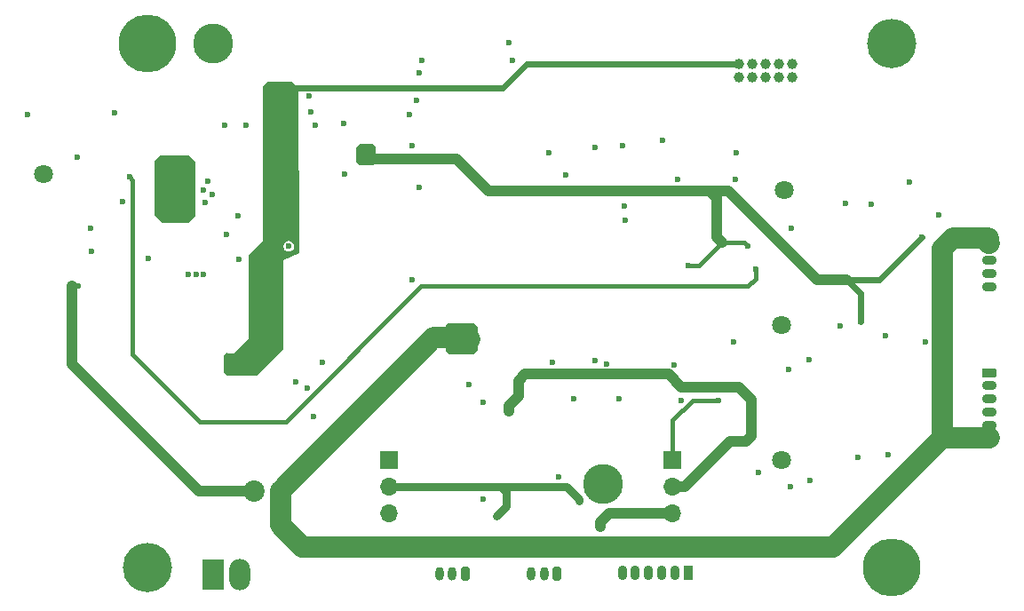
<source format=gbr>
%TF.GenerationSoftware,KiCad,Pcbnew,9.0.4*%
%TF.CreationDate,2025-09-18T14:16:59+03:00*%
%TF.ProjectId,HidroNode_Project,48696472-6f4e-46f6-9465-5f50726f6a65,rev?*%
%TF.SameCoordinates,Original*%
%TF.FileFunction,Copper,L3,Inr*%
%TF.FilePolarity,Positive*%
%FSLAX46Y46*%
G04 Gerber Fmt 4.6, Leading zero omitted, Abs format (unit mm)*
G04 Created by KiCad (PCBNEW 9.0.4) date 2025-09-18 14:16:59*
%MOMM*%
%LPD*%
G01*
G04 APERTURE LIST*
G04 Aperture macros list*
%AMRoundRect*
0 Rectangle with rounded corners*
0 $1 Rounding radius*
0 $2 $3 $4 $5 $6 $7 $8 $9 X,Y pos of 4 corners*
0 Add a 4 corners polygon primitive as box body*
4,1,4,$2,$3,$4,$5,$6,$7,$8,$9,$2,$3,0*
0 Add four circle primitives for the rounded corners*
1,1,$1+$1,$2,$3*
1,1,$1+$1,$4,$5*
1,1,$1+$1,$6,$7*
1,1,$1+$1,$8,$9*
0 Add four rect primitives between the rounded corners*
20,1,$1+$1,$2,$3,$4,$5,0*
20,1,$1+$1,$4,$5,$6,$7,0*
20,1,$1+$1,$6,$7,$8,$9,0*
20,1,$1+$1,$8,$9,$2,$3,0*%
G04 Aperture macros list end*
%TA.AperFunction,ComponentPad*%
%ADD10C,3.800000*%
%TD*%
%TA.AperFunction,ComponentPad*%
%ADD11C,1.800000*%
%TD*%
%TA.AperFunction,ComponentPad*%
%ADD12R,2.000000X3.000000*%
%TD*%
%TA.AperFunction,ComponentPad*%
%ADD13O,2.000000X3.000000*%
%TD*%
%TA.AperFunction,ComponentPad*%
%ADD14C,5.500000*%
%TD*%
%TA.AperFunction,ComponentPad*%
%ADD15R,1.700000X1.700000*%
%TD*%
%TA.AperFunction,ComponentPad*%
%ADD16O,1.700000X1.700000*%
%TD*%
%TA.AperFunction,ComponentPad*%
%ADD17C,1.000000*%
%TD*%
%TA.AperFunction,ComponentPad*%
%ADD18RoundRect,0.200000X0.200000X0.450000X-0.200000X0.450000X-0.200000X-0.450000X0.200000X-0.450000X0*%
%TD*%
%TA.AperFunction,ComponentPad*%
%ADD19O,0.800000X1.300000*%
%TD*%
%TA.AperFunction,ComponentPad*%
%ADD20C,4.700000*%
%TD*%
%TA.AperFunction,ComponentPad*%
%ADD21RoundRect,0.225000X0.225000X0.475000X-0.225000X0.475000X-0.225000X-0.475000X0.225000X-0.475000X0*%
%TD*%
%TA.AperFunction,ComponentPad*%
%ADD22O,0.900000X1.400000*%
%TD*%
%TA.AperFunction,ComponentPad*%
%ADD23C,2.020000*%
%TD*%
%TA.AperFunction,ComponentPad*%
%ADD24RoundRect,0.225000X-0.475000X0.225000X-0.475000X-0.225000X0.475000X-0.225000X0.475000X0.225000X0*%
%TD*%
%TA.AperFunction,ComponentPad*%
%ADD25O,1.400000X0.900000*%
%TD*%
%TA.AperFunction,ViaPad*%
%ADD26C,0.600000*%
%TD*%
%TA.AperFunction,Conductor*%
%ADD27C,0.600000*%
%TD*%
%TA.AperFunction,Conductor*%
%ADD28C,1.000000*%
%TD*%
%TA.AperFunction,Conductor*%
%ADD29C,0.400000*%
%TD*%
%TA.AperFunction,Conductor*%
%ADD30C,2.000000*%
%TD*%
%TA.AperFunction,Conductor*%
%ADD31C,0.800000*%
%TD*%
G04 APERTURE END LIST*
D10*
%TO.N,N/C*%
%TO.C,REF\u002A\u002A*%
X94334037Y-82563464D03*
X57234037Y-40563464D03*
%TD*%
D11*
%TO.N,ADC3_Battary*%
%TO.C,TP2*%
X41000000Y-53000000D03*
%TD*%
D12*
%TO.N,/POWER/POWER_IN_P*%
%TO.C,J3*%
X57234037Y-91197500D03*
D13*
%TO.N,/POWER/POWER_IN_N*%
X59774037Y-91197500D03*
%TD*%
D11*
%TO.N,ADC2_SolarP*%
%TO.C,TP1*%
X111600000Y-54500000D03*
%TD*%
%TO.N,ADC0_CH1*%
%TO.C,TP3*%
X111400000Y-80300000D03*
%TD*%
D14*
%TO.N,N/C*%
%TO.C,H1*%
X50900000Y-40532788D03*
%TD*%
D15*
%TO.N,+3.3V*%
%TO.C,J9*%
X101000000Y-80275000D03*
D16*
%TO.N,+GPIO_OUT_POWER*%
X101000000Y-82815000D03*
%TO.N,+5V*%
X101000000Y-85355000D03*
%TD*%
D17*
%TO.N,GND*%
%TO.C,J4*%
X107320000Y-43770000D03*
%TO.N,PA9*%
X108590000Y-43770000D03*
%TO.N,PA10*%
X109860000Y-43770000D03*
%TO.N,PA3*%
X111130000Y-43770000D03*
%TO.N,PA2*%
X112400000Y-43770000D03*
%TO.N,PA4*%
X112400000Y-42500000D03*
%TO.N,PA5*%
X111130000Y-42500000D03*
%TO.N,PA7*%
X109860000Y-42500000D03*
%TO.N,PA11*%
X108590000Y-42500000D03*
%TO.N,+5V*%
X107320000Y-42500000D03*
%TD*%
D18*
%TO.N,Net-(D4-K)*%
%TO.C,J5*%
X90000000Y-91150000D03*
D19*
%TO.N,Net-(J5-Pad2)*%
X88750000Y-91150000D03*
%TO.N,GND*%
X87500000Y-91150000D03*
%TD*%
D14*
%TO.N,N/C*%
%TO.C,H2*%
X121900000Y-90532788D03*
%TD*%
D11*
%TO.N,ADC1_CH2*%
%TO.C,TP4*%
X111400000Y-67400000D03*
%TD*%
D20*
%TO.N,N/C*%
%TO.C,H3*%
X121900000Y-40532788D03*
%TD*%
D21*
%TO.N,/DIGITAL OUTPUTS/GPIO_OUT4*%
%TO.C,J8*%
X102450000Y-91000000D03*
D22*
%TO.N,/DIGITAL OUTPUTS/GPIO_OUT3*%
X101200000Y-91000000D03*
%TO.N,/DIGITAL OUTPUTS/GPIO_OUT2*%
X99950000Y-91000000D03*
%TO.N,/DIGITAL OUTPUTS/GPIO_OUT1*%
X98700000Y-91000000D03*
%TO.N,GND*%
X97450000Y-91000000D03*
%TO.N,Net-(D6-K)*%
X96200000Y-91000000D03*
%TD*%
D23*
%TO.N,+12V*%
%TO.C,J10*%
X61060000Y-83200000D03*
%TO.N,+15V*%
X63600000Y-83200000D03*
%TD*%
D20*
%TO.N,N/C*%
%TO.C,H4*%
X50900000Y-90532788D03*
%TD*%
D24*
%TO.N,GND*%
%TO.C,J1*%
X131200000Y-71950000D03*
D25*
%TO.N,/ANALOG READING/Solar_ADC_P*%
X131200000Y-73200000D03*
%TO.N,/ANALOG READING/ADC2_IN*%
X131200000Y-74450000D03*
%TO.N,/ANALOG READING/ADC1_IN*%
X131200000Y-75700000D03*
%TO.N,+15V*%
X131200000Y-76950000D03*
X131200000Y-78200000D03*
%TD*%
D18*
%TO.N,Net-(D5-K)*%
%TO.C,J6*%
X81250000Y-91150000D03*
D19*
%TO.N,Net-(J6-Pad2)*%
X80000000Y-91150000D03*
%TO.N,GND*%
X78750000Y-91150000D03*
%TD*%
D15*
%TO.N,+3.3V*%
%TO.C,J7*%
X74000000Y-80275000D03*
D16*
%TO.N,GPIO_IN_POWER*%
X74000000Y-82815000D03*
%TO.N,+5V*%
X74000000Y-85355000D03*
%TD*%
D24*
%TO.N,+15V*%
%TO.C,J2*%
X131200000Y-60000000D03*
D25*
%TO.N,/RS485/RS485_A*%
X131200000Y-61250000D03*
%TO.N,/RS485/RS485_B*%
X131200000Y-62500000D03*
%TO.N,GND*%
X131200000Y-63750000D03*
%TD*%
D26*
%TO.N,ADC_4*%
X76200000Y-50300000D03*
X76800000Y-54300000D03*
%TO.N,ADC_5*%
X93600000Y-70800000D03*
%TO.N,ADC_3*%
X95900000Y-74400000D03*
%TO.N,ADC_5*%
X96500000Y-57400000D03*
%TO.N,ADC_3*%
X96400000Y-56100000D03*
%TO.N,+5V*%
X64400000Y-46600000D03*
X59100000Y-70600000D03*
X63500000Y-44800000D03*
X62600000Y-44800000D03*
X64400000Y-44800000D03*
X59900000Y-70600000D03*
X62700000Y-61700000D03*
X94100000Y-86600000D03*
X64400000Y-45700000D03*
X62600000Y-45700000D03*
X63500000Y-45700000D03*
X62600000Y-46600000D03*
X59900000Y-71300000D03*
X59100000Y-71300000D03*
X61900000Y-61700000D03*
X66800000Y-76100000D03*
X61100000Y-61700000D03*
X63500000Y-46600000D03*
%TO.N,GND*%
X82900000Y-74800000D03*
X58500000Y-58800000D03*
X56400000Y-55700000D03*
X114100000Y-82200000D03*
X114000000Y-70700000D03*
X66200000Y-73400000D03*
X69600000Y-48200000D03*
X55600000Y-62600000D03*
X45500000Y-58200000D03*
X90800000Y-53100000D03*
X112300000Y-58200000D03*
X56700000Y-53700000D03*
X64400000Y-59900000D03*
X66900000Y-48400000D03*
X101500000Y-53500000D03*
X119900000Y-55900000D03*
X60300000Y-48400000D03*
X125100000Y-69000000D03*
X107000000Y-53500000D03*
X106800000Y-69000000D03*
X117000000Y-67500000D03*
X56300000Y-54500000D03*
X65100000Y-72800000D03*
X57100000Y-55000000D03*
X118700000Y-80000000D03*
X67600000Y-71000000D03*
X101800000Y-74600000D03*
X69700000Y-53000000D03*
X48600000Y-55600000D03*
X58300000Y-48400000D03*
X94700000Y-71100000D03*
X56300000Y-62600000D03*
X117500000Y-55800000D03*
X51000000Y-61100000D03*
X126400000Y-56900000D03*
X101100000Y-71200000D03*
X44200000Y-51400000D03*
X121300000Y-68400000D03*
X39500000Y-47300000D03*
X66300000Y-45600000D03*
X123600000Y-53800000D03*
X82900000Y-84000000D03*
X81600000Y-73100000D03*
X54800000Y-62600000D03*
X100000000Y-49800000D03*
X89500000Y-71000000D03*
X121500000Y-79800000D03*
X90100000Y-81900000D03*
X109200000Y-81500000D03*
X45600000Y-60400000D03*
X91600000Y-74400000D03*
X66500000Y-47100000D03*
X112100000Y-71600000D03*
X112200000Y-82800000D03*
X75900000Y-47300000D03*
%TO.N,+12V*%
X43700000Y-63700000D03*
X44300000Y-63700000D03*
%TO.N,+3.3V*%
X105000000Y-57100000D03*
X108200000Y-59900000D03*
X118900000Y-67100000D03*
X102500000Y-61700000D03*
X84100000Y-54500000D03*
X105400000Y-74600000D03*
X102700000Y-54500000D03*
X96618345Y-54553298D03*
X71800000Y-50800000D03*
X47800000Y-47200000D03*
X90600000Y-54600000D03*
X124796651Y-58994928D03*
X71800000Y-51600000D03*
%TO.N,+15V*%
X80900000Y-69800000D03*
X81700000Y-67900000D03*
X81700000Y-68800000D03*
X81700000Y-69800000D03*
X80700000Y-67500000D03*
%TO.N,ADC3_Battary*%
X49200000Y-53300000D03*
X108900000Y-62100000D03*
%TO.N,+GPIO_OUT_POWER*%
X95500000Y-72300000D03*
X107900000Y-73900000D03*
X101800000Y-73300000D03*
X89000000Y-72100000D03*
%TO.N,GPIO_IN_POWER*%
X92100000Y-84200000D03*
X84200000Y-85600000D03*
%TO.N,Net-(U8-SW)*%
X52300000Y-56800000D03*
X54000000Y-53600000D03*
X52500000Y-53600000D03*
X54700000Y-53600000D03*
X54600000Y-56800000D03*
X53100000Y-56800000D03*
X53200000Y-53600000D03*
X53800000Y-56800000D03*
%TO.N,GPIO_2*%
X93600000Y-50500000D03*
%TO.N,GPIO_1*%
X89200000Y-51000000D03*
%TO.N,GPIO_3*%
X96200000Y-50300000D03*
%TO.N,GPIO_4*%
X107100000Y-51000000D03*
%TO.N,EN_15V*%
X76200000Y-63100000D03*
%TO.N,RS485_EN*%
X77100000Y-42200000D03*
%TO.N,RS485_RX*%
X76800000Y-43400000D03*
%TO.N,RS485_TX*%
X76600000Y-46000000D03*
%TO.N,PA10*%
X85700000Y-42200000D03*
%TO.N,PA9*%
X85400000Y-40500000D03*
%TO.N,Net-(U8-EN)*%
X59650000Y-61150000D03*
X59600000Y-57000000D03*
%TD*%
D27*
%TO.N,+5V*%
X87100000Y-42500000D02*
X84800000Y-44800000D01*
X84800000Y-44800000D02*
X64400000Y-44800000D01*
D28*
X94100000Y-86200000D02*
X94945000Y-85355000D01*
X94945000Y-85355000D02*
X101000000Y-85355000D01*
D27*
X107320000Y-42500000D02*
X87100000Y-42500000D01*
D28*
X94100000Y-86600000D02*
X94100000Y-86200000D01*
%TO.N,+12V*%
X43700000Y-71100000D02*
X43700000Y-63700000D01*
X61060000Y-83200000D02*
X55800000Y-83200000D01*
X55800000Y-83200000D02*
X43700000Y-71100000D01*
%TO.N,+3.3V*%
X105200000Y-55300000D02*
X105200000Y-59000000D01*
D29*
X102500000Y-61700000D02*
X103500000Y-61700000D01*
D28*
X80400000Y-51600000D02*
X71800000Y-51600000D01*
D29*
X107800000Y-59500000D02*
X108200000Y-59900000D01*
X103500000Y-61700000D02*
X105200000Y-60000000D01*
D27*
X117600000Y-63100000D02*
X120700000Y-63100000D01*
X124796651Y-58996651D02*
X124796651Y-58994928D01*
X118900000Y-67100000D02*
X118900000Y-64400000D01*
D29*
X105200000Y-60000000D02*
X105700000Y-59500000D01*
X101000000Y-76500000D02*
X102900000Y-74600000D01*
D28*
X104500000Y-54600000D02*
X83400000Y-54600000D01*
D27*
X120700000Y-63100000D02*
X124800000Y-59000000D01*
D28*
X105200000Y-55300000D02*
X104500000Y-54600000D01*
X83400000Y-54600000D02*
X80400000Y-51600000D01*
X103300000Y-54600000D02*
X106300000Y-54600000D01*
X114800000Y-63100000D02*
X117600000Y-63100000D01*
D29*
X105700000Y-59500000D02*
X107800000Y-59500000D01*
X101000000Y-80275000D02*
X101000000Y-76500000D01*
X102900000Y-74600000D02*
X105400000Y-74600000D01*
D27*
X124800000Y-59000000D02*
X124796651Y-58996651D01*
X118900000Y-64400000D02*
X117600000Y-63100000D01*
D28*
X106300000Y-54600000D02*
X114800000Y-63100000D01*
X105200000Y-59000000D02*
X105700000Y-59500000D01*
D30*
%TO.N,+15V*%
X131100000Y-59100000D02*
X131100000Y-59599000D01*
X127700000Y-59100000D02*
X131100000Y-59100000D01*
X65700000Y-88600000D02*
X116300000Y-88600000D01*
X81500000Y-68600000D02*
X78200000Y-68600000D01*
D27*
X131200000Y-76950000D02*
X131200000Y-78200000D01*
D30*
X78200000Y-68600000D02*
X63600000Y-83200000D01*
X131100000Y-59599000D02*
X131200000Y-59599000D01*
X126700000Y-78200000D02*
X126700000Y-60100000D01*
X63600000Y-86500000D02*
X65700000Y-88600000D01*
X126700000Y-60100000D02*
X127700000Y-59100000D01*
X126700000Y-78200000D02*
X131200000Y-78200000D01*
X63600000Y-83200000D02*
X63600000Y-86500000D01*
X81700000Y-68800000D02*
X81500000Y-68600000D01*
X116300000Y-88600000D02*
X126700000Y-78200000D01*
D29*
%TO.N,ADC3_Battary*%
X77000000Y-63700000D02*
X108200000Y-63700000D01*
X108900000Y-63000000D02*
X108900000Y-62100000D01*
X64100000Y-76600000D02*
X77000000Y-63700000D01*
X49500000Y-70200000D02*
X55900000Y-76600000D01*
X49500000Y-53600000D02*
X49500000Y-70200000D01*
X55900000Y-76600000D02*
X64100000Y-76600000D01*
X49200000Y-53300000D02*
X49500000Y-53600000D01*
X108200000Y-63700000D02*
X108900000Y-63000000D01*
D28*
%TO.N,+GPIO_OUT_POWER*%
X89000000Y-72100000D02*
X100600000Y-72100000D01*
X85400000Y-75100000D02*
X85400000Y-75600000D01*
X102185000Y-82815000D02*
X106500000Y-78500000D01*
X108500000Y-74500000D02*
X107300000Y-73300000D01*
X86300000Y-74200000D02*
X85400000Y-75100000D01*
X100600000Y-72100000D02*
X101800000Y-73300000D01*
X86300000Y-72700000D02*
X86300000Y-74200000D01*
X106500000Y-78500000D02*
X108000000Y-78500000D01*
X101000000Y-82815000D02*
X102185000Y-82815000D01*
X108500000Y-78000000D02*
X108500000Y-74500000D01*
X107300000Y-73300000D02*
X101800000Y-73300000D01*
X108000000Y-78500000D02*
X108500000Y-78000000D01*
X89000000Y-72100000D02*
X86900000Y-72100000D01*
X86900000Y-72100000D02*
X86300000Y-72700000D01*
D31*
%TO.N,GPIO_IN_POWER*%
X85100000Y-83300000D02*
X85100000Y-84700000D01*
X74000000Y-82815000D02*
X84615000Y-82815000D01*
X85100000Y-84700000D02*
X84200000Y-85600000D01*
X90915000Y-82815000D02*
X92100000Y-84000000D01*
X84615000Y-82815000D02*
X85100000Y-83300000D01*
X84615000Y-82815000D02*
X90915000Y-82815000D01*
X92100000Y-84000000D02*
X92100000Y-84200000D01*
%TD*%
%TA.AperFunction,Conductor*%
%TO.N,+15V*%
G36*
X82014352Y-67214352D02*
G01*
X82385648Y-67585648D01*
X82400000Y-67620296D01*
X82400000Y-69783666D01*
X82390200Y-69813066D01*
X82114700Y-70180400D01*
X82082430Y-70199508D01*
X82075500Y-70200000D01*
X79720296Y-70200000D01*
X79685648Y-70185648D01*
X79414352Y-69914352D01*
X79400000Y-69879704D01*
X79400000Y-67514835D01*
X79408230Y-67487655D01*
X79585453Y-67221820D01*
X79616613Y-67200952D01*
X79626223Y-67200000D01*
X81979704Y-67200000D01*
X82014352Y-67214352D01*
G37*
%TD.AperFunction*%
%TD*%
%TA.AperFunction,Conductor*%
%TO.N,+3.3V*%
G36*
X72415677Y-50119685D02*
G01*
X72436319Y-50136319D01*
X72663681Y-50363681D01*
X72697166Y-50425004D01*
X72700000Y-50451362D01*
X72700000Y-51848638D01*
X72680315Y-51915677D01*
X72663681Y-51936319D01*
X72436319Y-52163681D01*
X72374996Y-52197166D01*
X72348638Y-52200000D01*
X71251362Y-52200000D01*
X71184323Y-52180315D01*
X71163681Y-52163681D01*
X70836319Y-51836319D01*
X70802834Y-51774996D01*
X70800000Y-51748638D01*
X70800000Y-50551362D01*
X70819685Y-50484323D01*
X70836319Y-50463681D01*
X71163681Y-50136319D01*
X71225004Y-50102834D01*
X71251362Y-50100000D01*
X72348638Y-50100000D01*
X72415677Y-50119685D01*
G37*
%TD.AperFunction*%
%TD*%
%TA.AperFunction,Conductor*%
%TO.N,Net-(U8-SW)*%
G36*
X54915677Y-51269536D02*
G01*
X54936319Y-51286170D01*
X55463681Y-51813532D01*
X55497166Y-51874855D01*
X55500000Y-51901213D01*
X55500000Y-54418644D01*
X55499500Y-54421158D01*
X55499500Y-54578842D01*
X55500000Y-54581355D01*
X55500000Y-56998489D01*
X55480315Y-57065528D01*
X55463681Y-57086170D01*
X54936319Y-57613532D01*
X54874996Y-57647017D01*
X54848638Y-57649851D01*
X52351362Y-57649851D01*
X52284323Y-57630166D01*
X52263681Y-57613532D01*
X51636319Y-56986170D01*
X51602834Y-56924847D01*
X51600000Y-56898489D01*
X51600000Y-51801213D01*
X51619685Y-51734174D01*
X51636319Y-51713532D01*
X52063681Y-51286170D01*
X52125004Y-51252685D01*
X52151362Y-51249851D01*
X54848638Y-51249851D01*
X54915677Y-51269536D01*
G37*
%TD.AperFunction*%
%TD*%
%TA.AperFunction,Conductor*%
%TO.N,+5V*%
G36*
X64714352Y-44214352D02*
G01*
X65285777Y-44785777D01*
X65300128Y-44820113D01*
X65399798Y-60468379D01*
X65385667Y-60503118D01*
X65371270Y-60513210D01*
X63900000Y-61189731D01*
X63900000Y-69679704D01*
X63885648Y-69714352D01*
X61414352Y-72185648D01*
X61379704Y-72200000D01*
X58520296Y-72200000D01*
X58485648Y-72185648D01*
X58214352Y-71914352D01*
X58200000Y-71879704D01*
X58200000Y-70320296D01*
X58214352Y-70285648D01*
X58465352Y-70034648D01*
X58500000Y-70020296D01*
X58534648Y-70034648D01*
X58600000Y-70100000D01*
X59199999Y-70100000D01*
X59200000Y-70100000D01*
X60600000Y-68700000D01*
X60600000Y-60720296D01*
X60614352Y-60685648D01*
X61465896Y-59834104D01*
X63899500Y-59834104D01*
X63899500Y-59965895D01*
X63933607Y-60093184D01*
X63933608Y-60093188D01*
X63999500Y-60207314D01*
X64092686Y-60300500D01*
X64134457Y-60324617D01*
X64206811Y-60366391D01*
X64206813Y-60366391D01*
X64206814Y-60366392D01*
X64307207Y-60393292D01*
X64334104Y-60400499D01*
X64334105Y-60400500D01*
X64334108Y-60400500D01*
X64465895Y-60400500D01*
X64465895Y-60400499D01*
X64593186Y-60366392D01*
X64707314Y-60300500D01*
X64800500Y-60207314D01*
X64866392Y-60093186D01*
X64900499Y-59965895D01*
X64900500Y-59965895D01*
X64900500Y-59834105D01*
X64900499Y-59834104D01*
X64866392Y-59706815D01*
X64866391Y-59706811D01*
X64800499Y-59592685D01*
X64707314Y-59499500D01*
X64593188Y-59433608D01*
X64593184Y-59433607D01*
X64465895Y-59399500D01*
X64465892Y-59399500D01*
X64334108Y-59399500D01*
X64334105Y-59399500D01*
X64206815Y-59433607D01*
X64206811Y-59433608D01*
X64092685Y-59499500D01*
X64092685Y-59499501D01*
X63999501Y-59592685D01*
X63999500Y-59592685D01*
X63933608Y-59706811D01*
X63933607Y-59706815D01*
X63899500Y-59834104D01*
X61465896Y-59834104D01*
X61503752Y-59796248D01*
X61593189Y-59706811D01*
X61900000Y-59400000D01*
X61900000Y-44720296D01*
X61914352Y-44685648D01*
X62385648Y-44214352D01*
X62420296Y-44200000D01*
X64679704Y-44200000D01*
X64714352Y-44214352D01*
G37*
%TD.AperFunction*%
%TD*%
M02*

</source>
